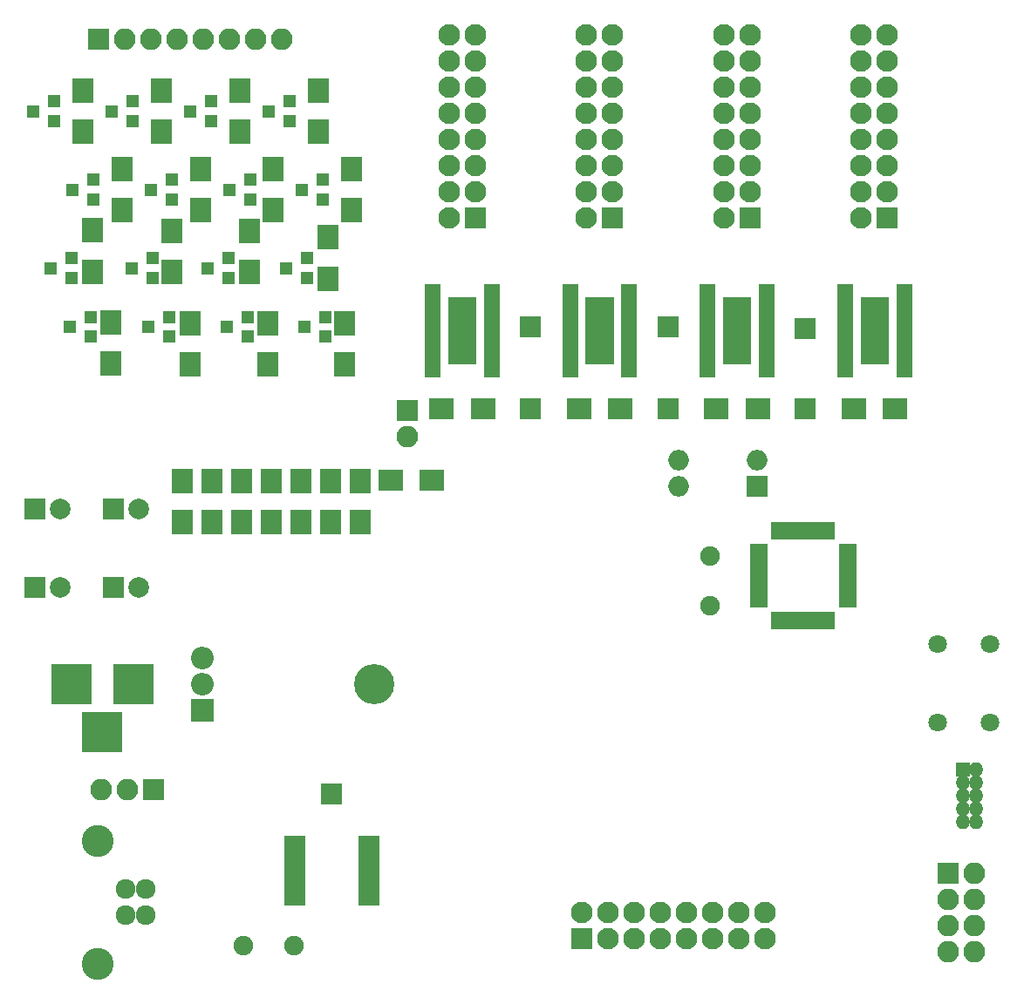
<source format=gbr>
G04 #@! TF.GenerationSoftware,KiCad,Pcbnew,(5.0.0)*
G04 #@! TF.CreationDate,2018-07-30T01:13:16-07:00*
G04 #@! TF.ProjectId,LPC1114_LED_Cube,4C5043313131345F4C45445F43756265,rev?*
G04 #@! TF.SameCoordinates,Original*
G04 #@! TF.FileFunction,Soldermask,Top*
G04 #@! TF.FilePolarity,Negative*
%FSLAX46Y46*%
G04 Gerber Fmt 4.6, Leading zero omitted, Abs format (unit mm)*
G04 Created by KiCad (PCBNEW (5.0.0)) date 07/30/18 01:13:16*
%MOMM*%
%LPD*%
G01*
G04 APERTURE LIST*
%ADD10R,2.100000X2.400000*%
%ADD11R,2.400000X2.100000*%
%ADD12O,2.100000X2.100000*%
%ADD13R,2.100000X2.100000*%
%ADD14R,1.500000X0.800000*%
%ADD15R,1.600000X1.942500*%
%ADD16R,1.700000X0.650000*%
%ADD17R,0.650000X1.700000*%
%ADD18C,2.100000*%
%ADD19R,2.000000X2.000000*%
%ADD20C,2.000000*%
%ADD21R,2.150000X0.850000*%
%ADD22O,3.900000X3.900000*%
%ADD23R,2.200000X2.200000*%
%ADD24O,2.200000X2.200000*%
%ADD25R,3.900000X3.900000*%
%ADD26R,1.300000X1.200000*%
%ADD27R,1.400000X1.400000*%
%ADD28O,1.400000X1.400000*%
%ADD29C,1.920000*%
%ADD30C,3.100000*%
%ADD31C,1.900000*%
%ADD32C,1.797000*%
%ADD33O,2.000000X2.000000*%
G04 APERTURE END LIST*
D10*
G04 #@! TO.C,R223*
X119507000Y-95250000D03*
X119507000Y-99250000D03*
G04 #@! TD*
G04 #@! TO.C,R218*
X105113666Y-99250000D03*
X105113666Y-95250000D03*
G04 #@! TD*
G04 #@! TO.C,R219*
X107992332Y-95250000D03*
X107992332Y-99250000D03*
G04 #@! TD*
G04 #@! TO.C,R220*
X110870998Y-99250000D03*
X110870998Y-95250000D03*
G04 #@! TD*
G04 #@! TO.C,R221*
X113749664Y-95250000D03*
X113749664Y-99250000D03*
G04 #@! TD*
G04 #@! TO.C,R222*
X116628330Y-99250000D03*
X116628330Y-95250000D03*
G04 #@! TD*
D11*
G04 #@! TO.C,R224*
X122428000Y-95123000D03*
X126428000Y-95123000D03*
G04 #@! TD*
D10*
G04 #@! TO.C,R217*
X102235000Y-99250000D03*
X102235000Y-95250000D03*
G04 #@! TD*
D12*
G04 #@! TO.C,XERR_CH3_BRIDGE0*
X124079000Y-90932000D03*
D13*
X124079000Y-88392000D03*
G04 #@! TD*
G04 #@! TO.C,XERR_CH0_BRIDGE0*
X162687000Y-80391000D03*
G04 #@! TD*
G04 #@! TO.C,XERR_CH2_BRIDGE1*
X136017000Y-88178999D03*
G04 #@! TD*
G04 #@! TO.C,XERR_CH0_BRIDGE1*
X162687000Y-88178999D03*
G04 #@! TD*
G04 #@! TO.C,XERR_CH1_BRIDGE0*
X149352000Y-80264000D03*
G04 #@! TD*
G04 #@! TO.C,XERR_CH2_BRIDGE0*
X136017000Y-80264000D03*
G04 #@! TD*
G04 #@! TO.C,XERR_CH1_BRIDGE1*
X149352000Y-88178999D03*
G04 #@! TD*
D10*
G04 #@! TO.C,R209*
X93472000Y-74898000D03*
X93472000Y-70898000D03*
G04 #@! TD*
G04 #@! TO.C,R216*
X117983000Y-79883000D03*
X117983000Y-83883000D03*
G04 #@! TD*
G04 #@! TO.C,R215*
X116332000Y-75565000D03*
X116332000Y-71565000D03*
G04 #@! TD*
G04 #@! TO.C,R214*
X110490000Y-79915000D03*
X110490000Y-83915000D03*
G04 #@! TD*
G04 #@! TO.C,R213*
X108712000Y-74930000D03*
X108712000Y-70930000D03*
G04 #@! TD*
G04 #@! TO.C,R212*
X102997000Y-79883000D03*
X102997000Y-83883000D03*
G04 #@! TD*
G04 #@! TO.C,R211*
X101219000Y-74930000D03*
X101219000Y-70930000D03*
G04 #@! TD*
G04 #@! TO.C,R210*
X95250000Y-79820000D03*
X95250000Y-83820000D03*
G04 #@! TD*
D14*
G04 #@! TO.C,LED_CH2_CTRL0*
X145572277Y-84861081D03*
X145572277Y-84211081D03*
X145572277Y-83561081D03*
X145572277Y-82911081D03*
X145572277Y-82261081D03*
X145572277Y-81611081D03*
X145572277Y-80961081D03*
X145572277Y-80311081D03*
X145572277Y-79661081D03*
X145572277Y-79011081D03*
X145572277Y-78361081D03*
X145572277Y-77711081D03*
X145572277Y-77061081D03*
X145572277Y-76411081D03*
X139872277Y-76411081D03*
X139872277Y-77061081D03*
X139872277Y-77711081D03*
X139872277Y-78361081D03*
X139872277Y-79011081D03*
X139872277Y-79661081D03*
X139872277Y-80311081D03*
X139872277Y-80961081D03*
X139872277Y-81611081D03*
X139872277Y-82261081D03*
X139872277Y-82911081D03*
X139872277Y-83561081D03*
X139872277Y-84211081D03*
X139872277Y-84861081D03*
D15*
X142122277Y-78322331D03*
X142122277Y-79864831D03*
X142122277Y-81407331D03*
X142122277Y-82949831D03*
X143322277Y-78322331D03*
X143322277Y-79864831D03*
X143322277Y-81407331D03*
X143322277Y-82949831D03*
G04 #@! TD*
D16*
G04 #@! TO.C,LPC1114_0*
X158139464Y-101671787D03*
X158139464Y-102171787D03*
X158139464Y-102671787D03*
X158139464Y-103171787D03*
X158139464Y-103671787D03*
X158139464Y-104171787D03*
X158139464Y-104671787D03*
X158139464Y-105171787D03*
X158139464Y-105671787D03*
X158139464Y-106171787D03*
X158139464Y-106671787D03*
X158139464Y-107171787D03*
D17*
X159739464Y-108771787D03*
X160239464Y-108771787D03*
X160739464Y-108771787D03*
X161239464Y-108771787D03*
X161739464Y-108771787D03*
X162239464Y-108771787D03*
X162739464Y-108771787D03*
X163239464Y-108771787D03*
X163739464Y-108771787D03*
X164239464Y-108771787D03*
X164739464Y-108771787D03*
X165239464Y-108771787D03*
D16*
X166839464Y-107171787D03*
X166839464Y-106671787D03*
X166839464Y-106171787D03*
X166839464Y-105671787D03*
X166839464Y-105171787D03*
X166839464Y-104671787D03*
X166839464Y-104171787D03*
X166839464Y-103671787D03*
X166839464Y-103171787D03*
X166839464Y-102671787D03*
X166839464Y-102171787D03*
X166839464Y-101671787D03*
D17*
X165239464Y-100071787D03*
X164739464Y-100071787D03*
X164239464Y-100071787D03*
X163739464Y-100071787D03*
X163239464Y-100071787D03*
X162739464Y-100071787D03*
X162239464Y-100071787D03*
X161739464Y-100071787D03*
X161239464Y-100071787D03*
X160739464Y-100071787D03*
X160239464Y-100071787D03*
X159739464Y-100071787D03*
G04 #@! TD*
D13*
G04 #@! TO.C,AUX_I/O_0*
X140970000Y-139700000D03*
D18*
X140970000Y-137160000D03*
X143510000Y-139700000D03*
X143510000Y-137160000D03*
X146050000Y-139700000D03*
X146050000Y-137160000D03*
X148590000Y-139700000D03*
X148590000Y-137160000D03*
X151130000Y-139700000D03*
X151130000Y-137160000D03*
X153670000Y-139700000D03*
X153670000Y-137160000D03*
X156210000Y-139700000D03*
X156210000Y-137160000D03*
X158750000Y-139700000D03*
X158750000Y-137160000D03*
G04 #@! TD*
D19*
G04 #@! TO.C,C101*
X87884000Y-97917000D03*
D20*
X90384000Y-97917000D03*
G04 #@! TD*
D19*
G04 #@! TO.C,C110*
X95504000Y-105537000D03*
D20*
X98004000Y-105537000D03*
G04 #@! TD*
D19*
G04 #@! TO.C,C111*
X95504000Y-97917000D03*
D20*
X98004000Y-97917000D03*
G04 #@! TD*
D19*
G04 #@! TO.C,C114*
X87884000Y-105537000D03*
D20*
X90384000Y-105537000D03*
G04 #@! TD*
D21*
G04 #@! TO.C,CH340T_0*
X113113000Y-130171000D03*
X113113000Y-130821000D03*
X113113000Y-131471000D03*
X113113000Y-132121000D03*
X113113000Y-132771000D03*
X113113000Y-133421000D03*
X113113000Y-134071000D03*
X113113000Y-134721000D03*
X113113000Y-135371000D03*
X113113000Y-136021000D03*
X120313000Y-136021000D03*
X120313000Y-135371000D03*
X120313000Y-134721000D03*
X120313000Y-134071000D03*
X120313000Y-133421000D03*
X120313000Y-132771000D03*
X120313000Y-132121000D03*
X120313000Y-131471000D03*
X120313000Y-130821000D03*
X120313000Y-130171000D03*
G04 #@! TD*
D13*
G04 #@! TO.C,CH340_CKO_0*
X116713000Y-125603000D03*
G04 #@! TD*
G04 #@! TO.C,LAYER_VOUT0*
X94056200Y-52344320D03*
D12*
X96596200Y-52344320D03*
X99136200Y-52344320D03*
X101676200Y-52344320D03*
X104216200Y-52344320D03*
X106756200Y-52344320D03*
X109296200Y-52344320D03*
X111836200Y-52344320D03*
G04 #@! TD*
D22*
G04 #@! TO.C,LD33V_0*
X120800000Y-114935000D03*
D23*
X104140000Y-117475000D03*
D24*
X104140000Y-114935000D03*
X104140000Y-112395000D03*
G04 #@! TD*
D13*
G04 #@! TO.C,LED_CH0*
X170662277Y-69680081D03*
D18*
X168122277Y-69680081D03*
X170662277Y-67140081D03*
X168122277Y-67140081D03*
X170662277Y-64600081D03*
X168122277Y-64600081D03*
X170662277Y-62060081D03*
X168122277Y-62060081D03*
X170662277Y-59520081D03*
X168122277Y-59520081D03*
X170662277Y-56980081D03*
X168122277Y-56980081D03*
X170662277Y-54440081D03*
X168122277Y-54440081D03*
X170662277Y-51900081D03*
X168122277Y-51900081D03*
G04 #@! TD*
D14*
G04 #@! TO.C,LED_CH0_CTRL0*
X172298277Y-84861081D03*
X172298277Y-84211081D03*
X172298277Y-83561081D03*
X172298277Y-82911081D03*
X172298277Y-82261081D03*
X172298277Y-81611081D03*
X172298277Y-80961081D03*
X172298277Y-80311081D03*
X172298277Y-79661081D03*
X172298277Y-79011081D03*
X172298277Y-78361081D03*
X172298277Y-77711081D03*
X172298277Y-77061081D03*
X172298277Y-76411081D03*
X166598277Y-76411081D03*
X166598277Y-77061081D03*
X166598277Y-77711081D03*
X166598277Y-78361081D03*
X166598277Y-79011081D03*
X166598277Y-79661081D03*
X166598277Y-80311081D03*
X166598277Y-80961081D03*
X166598277Y-81611081D03*
X166598277Y-82261081D03*
X166598277Y-82911081D03*
X166598277Y-83561081D03*
X166598277Y-84211081D03*
X166598277Y-84861081D03*
D15*
X168848277Y-78322331D03*
X168848277Y-79864831D03*
X168848277Y-81407331D03*
X168848277Y-82949831D03*
X170048277Y-78322331D03*
X170048277Y-79864831D03*
X170048277Y-81407331D03*
X170048277Y-82949831D03*
G04 #@! TD*
D13*
G04 #@! TO.C,LED_CH1*
X157327277Y-69680081D03*
D18*
X154787277Y-69680081D03*
X157327277Y-67140081D03*
X154787277Y-67140081D03*
X157327277Y-64600081D03*
X154787277Y-64600081D03*
X157327277Y-62060081D03*
X154787277Y-62060081D03*
X157327277Y-59520081D03*
X154787277Y-59520081D03*
X157327277Y-56980081D03*
X154787277Y-56980081D03*
X157327277Y-54440081D03*
X154787277Y-54440081D03*
X157327277Y-51900081D03*
X154787277Y-51900081D03*
G04 #@! TD*
D14*
G04 #@! TO.C,LED_CH1_CTRL0*
X158907277Y-84861081D03*
X158907277Y-84211081D03*
X158907277Y-83561081D03*
X158907277Y-82911081D03*
X158907277Y-82261081D03*
X158907277Y-81611081D03*
X158907277Y-80961081D03*
X158907277Y-80311081D03*
X158907277Y-79661081D03*
X158907277Y-79011081D03*
X158907277Y-78361081D03*
X158907277Y-77711081D03*
X158907277Y-77061081D03*
X158907277Y-76411081D03*
X153207277Y-76411081D03*
X153207277Y-77061081D03*
X153207277Y-77711081D03*
X153207277Y-78361081D03*
X153207277Y-79011081D03*
X153207277Y-79661081D03*
X153207277Y-80311081D03*
X153207277Y-80961081D03*
X153207277Y-81611081D03*
X153207277Y-82261081D03*
X153207277Y-82911081D03*
X153207277Y-83561081D03*
X153207277Y-84211081D03*
X153207277Y-84861081D03*
D15*
X155457277Y-78322331D03*
X155457277Y-79864831D03*
X155457277Y-81407331D03*
X155457277Y-82949831D03*
X156657277Y-78322331D03*
X156657277Y-79864831D03*
X156657277Y-81407331D03*
X156657277Y-82949831D03*
G04 #@! TD*
D13*
G04 #@! TO.C,LED_CH2*
X143992277Y-69680081D03*
D18*
X141452277Y-69680081D03*
X143992277Y-67140081D03*
X141452277Y-67140081D03*
X143992277Y-64600081D03*
X141452277Y-64600081D03*
X143992277Y-62060081D03*
X141452277Y-62060081D03*
X143992277Y-59520081D03*
X141452277Y-59520081D03*
X143992277Y-56980081D03*
X141452277Y-56980081D03*
X143992277Y-54440081D03*
X141452277Y-54440081D03*
X143992277Y-51900081D03*
X141452277Y-51900081D03*
G04 #@! TD*
D13*
G04 #@! TO.C,LED_CH3*
X130657277Y-69680081D03*
D18*
X128117277Y-69680081D03*
X130657277Y-67140081D03*
X128117277Y-67140081D03*
X130657277Y-64600081D03*
X128117277Y-64600081D03*
X130657277Y-62060081D03*
X128117277Y-62060081D03*
X130657277Y-59520081D03*
X128117277Y-59520081D03*
X130657277Y-56980081D03*
X128117277Y-56980081D03*
X130657277Y-54440081D03*
X128117277Y-54440081D03*
X130657277Y-51900081D03*
X128117277Y-51900081D03*
G04 #@! TD*
D14*
G04 #@! TO.C,LED_CH3_CTRL0*
X132237277Y-84861081D03*
X132237277Y-84211081D03*
X132237277Y-83561081D03*
X132237277Y-82911081D03*
X132237277Y-82261081D03*
X132237277Y-81611081D03*
X132237277Y-80961081D03*
X132237277Y-80311081D03*
X132237277Y-79661081D03*
X132237277Y-79011081D03*
X132237277Y-78361081D03*
X132237277Y-77711081D03*
X132237277Y-77061081D03*
X132237277Y-76411081D03*
X126537277Y-76411081D03*
X126537277Y-77061081D03*
X126537277Y-77711081D03*
X126537277Y-78361081D03*
X126537277Y-79011081D03*
X126537277Y-79661081D03*
X126537277Y-80311081D03*
X126537277Y-80961081D03*
X126537277Y-81611081D03*
X126537277Y-82261081D03*
X126537277Y-82911081D03*
X126537277Y-83561081D03*
X126537277Y-84211081D03*
X126537277Y-84861081D03*
D15*
X128787277Y-78322331D03*
X128787277Y-79864831D03*
X128787277Y-81407331D03*
X128787277Y-82949831D03*
X129987277Y-78322331D03*
X129987277Y-79864831D03*
X129987277Y-81407331D03*
X129987277Y-82949831D03*
G04 #@! TD*
D25*
G04 #@! TO.C,PWR_JACK0*
X97440000Y-114935000D03*
X91440000Y-114935000D03*
X94440000Y-119635000D03*
G04 #@! TD*
D13*
G04 #@! TO.C,PWR_SEL1*
X99425760Y-125254640D03*
D12*
X96885760Y-125254640D03*
X94345760Y-125254640D03*
G04 #@! TD*
D26*
G04 #@! TO.C,Q201*
X91424000Y-75499000D03*
X91424000Y-73599000D03*
X89424000Y-74549000D03*
G04 #@! TD*
G04 #@! TO.C,Q202*
X93329000Y-81214000D03*
X93329000Y-79314000D03*
X91329000Y-80264000D03*
G04 #@! TD*
G04 #@! TO.C,Q203*
X99298000Y-75499000D03*
X99298000Y-73599000D03*
X97298000Y-74549000D03*
G04 #@! TD*
G04 #@! TO.C,Q204*
X100949000Y-81214000D03*
X100949000Y-79314000D03*
X98949000Y-80264000D03*
G04 #@! TD*
G04 #@! TO.C,Q205*
X89773000Y-60259000D03*
X89773000Y-58359000D03*
X87773000Y-59309000D03*
G04 #@! TD*
G04 #@! TO.C,Q206*
X93583000Y-67879000D03*
X93583000Y-65979000D03*
X91583000Y-66929000D03*
G04 #@! TD*
G04 #@! TO.C,Q207*
X97393000Y-60259000D03*
X97393000Y-58359000D03*
X95393000Y-59309000D03*
G04 #@! TD*
G04 #@! TO.C,Q208*
X101203000Y-67879000D03*
X101203000Y-65979000D03*
X99203000Y-66929000D03*
G04 #@! TD*
G04 #@! TO.C,Q209*
X106664000Y-75499000D03*
X106664000Y-73599000D03*
X104664000Y-74549000D03*
G04 #@! TD*
G04 #@! TO.C,Q210*
X108569000Y-81214000D03*
X108569000Y-79314000D03*
X106569000Y-80264000D03*
G04 #@! TD*
G04 #@! TO.C,Q211*
X114284000Y-75499000D03*
X114284000Y-73599000D03*
X112284000Y-74549000D03*
G04 #@! TD*
G04 #@! TO.C,Q212*
X116062000Y-81214000D03*
X116062000Y-79314000D03*
X114062000Y-80264000D03*
G04 #@! TD*
G04 #@! TO.C,Q213*
X105013000Y-60259000D03*
X105013000Y-58359000D03*
X103013000Y-59309000D03*
G04 #@! TD*
G04 #@! TO.C,Q214*
X108823000Y-67879000D03*
X108823000Y-65979000D03*
X106823000Y-66929000D03*
G04 #@! TD*
G04 #@! TO.C,Q215*
X112633000Y-60259000D03*
X112633000Y-58359000D03*
X110633000Y-59309000D03*
G04 #@! TD*
G04 #@! TO.C,Q216*
X115808000Y-67879000D03*
X115808000Y-65979000D03*
X113808000Y-66929000D03*
G04 #@! TD*
D11*
G04 #@! TO.C,R101*
X158057277Y-88222081D03*
X154057277Y-88222081D03*
G04 #@! TD*
G04 #@! TO.C,R102*
X171392277Y-88222081D03*
X167392277Y-88222081D03*
G04 #@! TD*
G04 #@! TO.C,R103*
X131387277Y-88222081D03*
X127387277Y-88222081D03*
G04 #@! TD*
G04 #@! TO.C,R104*
X144722277Y-88222081D03*
X140722277Y-88222081D03*
G04 #@! TD*
D10*
G04 #@! TO.C,R201*
X92583000Y-57309000D03*
X92583000Y-61309000D03*
G04 #@! TD*
G04 #@! TO.C,R202*
X96393000Y-64929000D03*
X96393000Y-68929000D03*
G04 #@! TD*
G04 #@! TO.C,R203*
X100203000Y-57309000D03*
X100203000Y-61309000D03*
G04 #@! TD*
G04 #@! TO.C,R204*
X104013000Y-64929000D03*
X104013000Y-68929000D03*
G04 #@! TD*
G04 #@! TO.C,R205*
X107823000Y-57309000D03*
X107823000Y-61309000D03*
G04 #@! TD*
G04 #@! TO.C,R206*
X110998000Y-64929000D03*
X110998000Y-68929000D03*
G04 #@! TD*
G04 #@! TO.C,R207*
X115443000Y-57309000D03*
X115443000Y-61309000D03*
G04 #@! TD*
G04 #@! TO.C,R208*
X118618000Y-64929000D03*
X118618000Y-68929000D03*
G04 #@! TD*
D27*
G04 #@! TO.C,SWDEBUG0*
X177972720Y-123281440D03*
D28*
X179242720Y-123281440D03*
X177972720Y-124551440D03*
X179242720Y-124551440D03*
X177972720Y-125821440D03*
X179242720Y-125821440D03*
X177972720Y-127091440D03*
X179242720Y-127091440D03*
X177972720Y-128361440D03*
X179242720Y-128361440D03*
G04 #@! TD*
D29*
G04 #@! TO.C,USB_CONN_0*
X98680000Y-134905000D03*
X98680000Y-137445000D03*
X96680000Y-137445000D03*
X96680000Y-134905000D03*
D30*
X93980000Y-130175000D03*
X93980000Y-142175000D03*
G04 #@! TD*
D13*
G04 #@! TO.C,Wireless/SPI_1*
X176530000Y-133350000D03*
D12*
X179070000Y-133350000D03*
X176530000Y-135890000D03*
X179070000Y-135890000D03*
X176530000Y-138430000D03*
X179070000Y-138430000D03*
X176530000Y-140970000D03*
X179070000Y-140970000D03*
G04 #@! TD*
D31*
G04 #@! TO.C,Y101*
X108150000Y-140335000D03*
X113030000Y-140335000D03*
G04 #@! TD*
G04 #@! TO.C,Y102*
X153472464Y-107396787D03*
X153472464Y-102516787D03*
G04 #@! TD*
D32*
G04 #@! TO.C,RESET0*
X175549560Y-111094520D03*
X180629560Y-111094520D03*
X175549560Y-118714520D03*
X180629560Y-118714520D03*
G04 #@! TD*
D19*
G04 #@! TO.C,MODE_SELECT_0*
X158044464Y-95785787D03*
D33*
X150424464Y-93245787D03*
X158044464Y-93245787D03*
X150424464Y-95785787D03*
G04 #@! TD*
M02*

</source>
